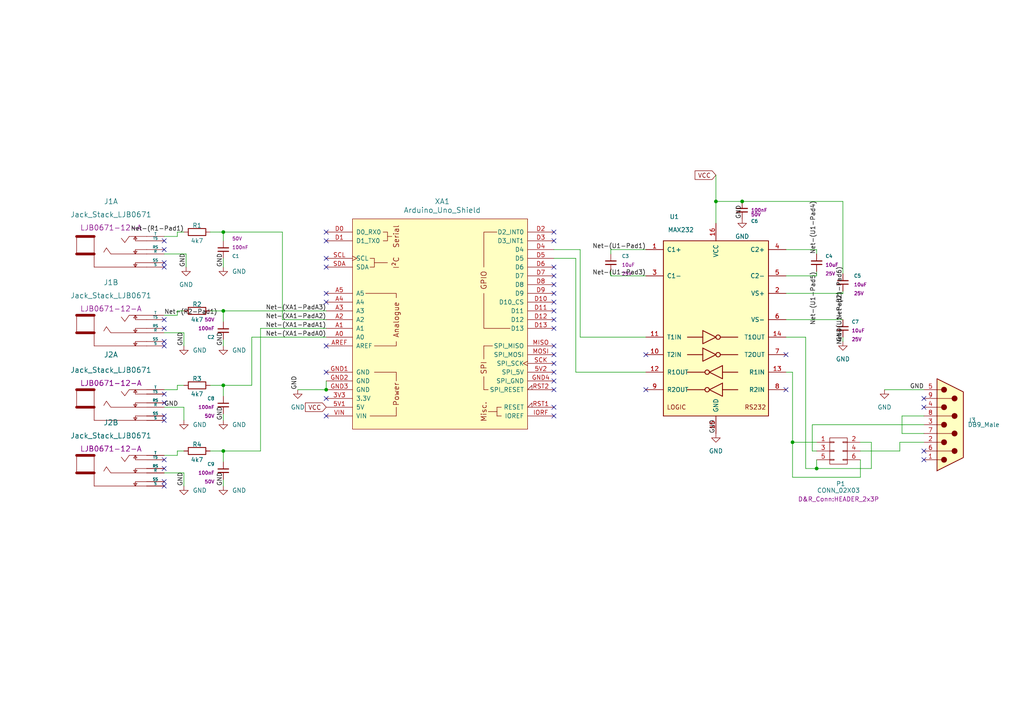
<source format=kicad_sch>
(kicad_sch (version 20211123) (generator eeschema)
  (paper "A4")
  (lib_symbols
    (symbol "D&R_Conn:Jack_Stack_LJB0671" (pin_numbers hide) (pin_names (offset 0))
      (property "Reference" "J" (at -11.684 0 0))
      (property "Value" "Jack_Stack_LJB0671" (at 0 -7.62 0))
      (property "manf#" "LJB0671-12-A" (at 0 3.81 0))
      (symbol "Jack_Stack_LJB0671_0_1"
        (polyline (pts (xy -13.97 -2.54) (xy -8.89 -2.54)) (stroke (width 0.7874)))
        (polyline (pts (xy -13.97 2.54) (xy -13.97 -2.54)))
        (polyline (pts (xy -13.97 2.54) (xy -8.89 2.54)) (stroke (width 0.7874)))
        (polyline (pts (xy -8.89 -6.35) (xy 6.35 -6.35)))
        (polyline (pts (xy -8.89 -2.54) (xy -8.89 -6.35)))
        (polyline (pts (xy -8.89 -2.54) (xy -8.89 -2.54)))
        (polyline (pts (xy -8.89 -2.54) (xy -8.89 2.54)))
        (polyline (pts (xy 6.35 2.54) (xy 1.27 2.54)))
        (polyline (pts (xy 1.27 2.54) (xy 0 0.762) (xy -1.016 2.032)))
        (polyline (pts (xy 6.35 -2.54) (xy -4.064 -2.54) (xy -5.334 -0.762) (xy -6.096 -2.032)))
        (polyline (pts (xy 6.35 -5.08) (xy 3.048 -5.08) (xy 3.048 -6.35) (xy 3.556 -5.588) (xy 2.54 -5.588) (xy 3.048 -6.35)))
        (polyline (pts (xy 6.35 -1.27) (xy 3.048 -1.27) (xy 3.048 -2.54) (xy 3.556 -1.778) (xy 2.54 -1.778) (xy 3.048 -2.54)))
        (polyline (pts (xy 6.35 1.27) (xy 3.048 1.27) (xy 3.048 2.54) (xy 2.54 1.778) (xy 3.556 1.778) (xy 3.048 2.54)))
      )
      (symbol "Jack_Stack_LJB0671_1_1"
        (pin input line (at 11.43 -6.35 180) (length 5.08) (name "S") (number "11"))
        (pin input line (at 11.43 -5.08 180) (length 5.08) (name "SS") (number "12"))
        (pin input line (at 11.43 2.54 180) (length 5.08) (name "T") (number "3"))
        (pin input line (at 11.43 1.27 180) (length 5.08) (name "TS") (number "4"))
        (pin input line (at 11.43 -2.54 180) (length 5.08) (name "R") (number "7"))
        (pin input line (at 11.43 -1.27 180) (length 5.08) (name "RS") (number "8"))
      )
      (symbol "Jack_Stack_LJB0671_2_1"
        (pin input line (at 11.43 2.54 180) (length 5.08) (name "T") (number "1"))
        (pin input line (at 11.43 -5.08 180) (length 5.08) (name "SS") (number "10"))
        (pin input line (at 11.43 1.27 180) (length 5.08) (name "TS") (number "2"))
        (pin input line (at 11.43 -2.54 180) (length 5.08) (name "R") (number "5"))
        (pin input line (at 11.43 -1.27 180) (length 5.08) (name "RS") (number "6"))
        (pin input line (at 11.43 -6.35 180) (length 5.08) (name "S") (number "9"))
      )
    )
    (symbol "D&R_Passive:10U-X5R_25V#1210" (pin_numbers hide) (pin_names (offset 1.016) hide)
      (property "Reference" "C" (at 3.048 1.778 0))
      (property "Component Value" "10uF" (at 1.27 -1.778 0))
      (property "Voltage" "25V" (at 1.27 -3.302 0))
      (symbol "10U-X5R_25V#1210_0_1"
        (polyline (pts (xy -1.524 -0.508) (xy 1.524 -0.508)) (stroke (width 0.3048)))
        (polyline (pts (xy 1.524 0.508) (xy -1.524 0.508)) (stroke (width 0.3048)))
      )
      (symbol "10U-X5R_25V#1210_1_1"
        (pin bidirectional line (at 0 2.54 270) (length 1.905) (name "1") (number "1"))
        (pin bidirectional line (at 0 -2.54 90) (length 1.905) (name "2") (number "2"))
      )
    )
    (symbol "D&R_other:GND" (power) (pin_names (offset 0))
      (property "Value" "GND" (at 0 -3.81 0))
      (symbol "GND_0_1"
        (polyline (pts (xy 0 0) (xy 0 -1.27) (xy 1.27 -1.27) (xy 0 -2.54) (xy -1.27 -1.27) (xy 0 -1.27)))
      )
      (symbol "GND_1_1"
        (pin bidirectional line (at 0 0 270) (length 0) hide (name "GND") (number "1"))
      )
    )
    (symbol "Interface_UART:MAX232" (pin_names (offset 1.016))
      (property "Reference" "U" (at -2.54 28.575 0))
      (property "Value" "MAX232" (at -2.54 26.67 0))
      (symbol "MAX232_0_0"
        (text "LOGIC" (at -11.43 -22.86 0) (effects (font (size 1.27 1.27))))
        (text "RS232" (at 11.43 -22.86 0) (effects (font (size 1.27 1.27))))
      )
      (symbol "MAX232_0_1"
        (rectangle (start -15.24 -25.4) (end 15.24 25.4) (stroke (width 0.254)) (fill (type background)))
        (circle (center -2.54 -17.78) (radius 0.635) (stroke (width 0.254)))
        (circle (center -2.54 -12.7) (radius 0.635) (stroke (width 0.254)))
        (polyline (pts (xy -3.81 -7.62) (xy -8.255 -7.62)) (stroke (width 0.254)))
        (polyline (pts (xy -3.81 -2.54) (xy -8.255 -2.54)) (stroke (width 0.254)))
        (polyline (pts (xy -3.175 -17.78) (xy -8.255 -17.78)) (stroke (width 0.254)))
        (polyline (pts (xy -3.175 -12.7) (xy -8.255 -12.7)) (stroke (width 0.254)))
        (polyline (pts (xy 1.27 -7.62) (xy 6.35 -7.62)) (stroke (width 0.254)))
        (polyline (pts (xy 1.27 -2.54) (xy 6.35 -2.54)) (stroke (width 0.254)))
        (polyline (pts (xy 1.905 -17.78) (xy 6.35 -17.78)) (stroke (width 0.254)))
        (polyline (pts (xy 1.905 -12.7) (xy 6.35 -12.7)) (stroke (width 0.254)))
        (polyline (pts (xy -3.81 -5.715) (xy -3.81 -9.525) (xy 0 -7.62) (xy -3.81 -5.715)) (stroke (width 0.254)))
        (polyline (pts (xy -3.81 -0.635) (xy -3.81 -4.445) (xy 0 -2.54) (xy -3.81 -0.635)) (stroke (width 0.254)))
        (polyline (pts (xy 1.905 -15.875) (xy 1.905 -19.685) (xy -1.905 -17.78) (xy 1.905 -15.875)) (stroke (width 0.254)))
        (polyline (pts (xy 1.905 -10.795) (xy 1.905 -14.605) (xy -1.905 -12.7) (xy 1.905 -10.795)) (stroke (width 0.254)))
        (circle (center 0.635 -7.62) (radius 0.635) (stroke (width 0.254)))
        (circle (center 0.635 -2.54) (radius 0.635) (stroke (width 0.254)))
      )
      (symbol "MAX232_1_1"
        (pin passive line (at -20.32 22.86 0) (length 5.08) (name "C1+") (number "1"))
        (pin input line (at -20.32 -7.62 0) (length 5.08) (name "T2IN") (number "10"))
        (pin input line (at -20.32 -2.54 0) (length 5.08) (name "T1IN") (number "11"))
        (pin output line (at -20.32 -12.7 0) (length 5.08) (name "R1OUT") (number "12"))
        (pin input line (at 20.32 -12.7 180) (length 5.08) (name "R1IN") (number "13"))
        (pin output line (at 20.32 -2.54 180) (length 5.08) (name "T1OUT") (number "14"))
        (pin bidirectional line (at 0 -30.48 90) (length 5.08) (name "GND") (number "15"))
        (pin bidirectional line (at 0 30.48 270) (length 5.08) (name "VCC") (number "16"))
        (pin bidirectional line (at 20.32 10.16 180) (length 5.08) (name "VS+") (number "2"))
        (pin passive line (at -20.32 15.24 0) (length 5.08) (name "C1-") (number "3"))
        (pin passive line (at 20.32 22.86 180) (length 5.08) (name "C2+") (number "4"))
        (pin bidirectional line (at 20.32 15.24 180) (length 5.08) (name "C2-") (number "5"))
        (pin bidirectional line (at 20.32 2.54 180) (length 5.08) (name "VS-") (number "6"))
        (pin output line (at 20.32 -7.62 180) (length 5.08) (name "T2OUT") (number "7"))
        (pin input line (at 20.32 -17.78 180) (length 5.08) (name "R2IN") (number "8"))
        (pin output line (at -20.32 -17.78 0) (length 5.08) (name "R2OUT") (number "9"))
      )
    )
    (symbol "StartStopTascam-rescue:100N-X7R_50V#0603-D&R_Passive" (pin_numbers hide) (pin_names (offset 1.016) hide)
      (property "Reference" "C2" (at 2.54 -3.175 0))
      (property "Component Value" "100nF" (at 2.54 0 0))
      (property "Voltage" "50V" (at 2.54 -1.27 0))
      (symbol "100N-X7R_50V#0603-D&R_Passive_0_1"
        (polyline (pts (xy -1.524 -0.508) (xy 1.524 -0.508)) (stroke (width 0.3048)))
        (polyline (pts (xy 1.524 0.508) (xy -1.524 0.508)) (stroke (width 0.3048)))
      )
      (symbol "100N-X7R_50V#0603-D&R_Passive_1_1"
        (pin bidirectional line (at 0 2.54 270) (length 1.905) (name "1") (number "1"))
        (pin bidirectional line (at 0 -2.54 90) (length 1.905) (name "2") (number "2"))
      )
    )
    (symbol "StartStopTascam-rescue:Arduino_Uno_Shield-arduino" (pin_names (offset 1.016))
      (property "Reference" "XA" (at 2.54 0 90))
      (property "Value" "Arduino_Uno_Shield-arduino" (at -2.54 0 90))
      (symbol "Arduino_Uno_Shield-arduino_0_0"
        (rectangle (start -25.4 30.48) (end 25.4 -30.48) (fill (type background)))
        (rectangle (start -20.32 -26.67) (end -12.7 -26.67))
        (rectangle (start -19.05 -13.97) (end -12.7 -13.97))
        (polyline (pts (xy -19.05 17.78) (xy -15.24 17.78)))
        (polyline (pts (xy -15.24 25.4) (xy -13.97 25.4)))
        (polyline (pts (xy -12.7 -26.67) (xy -12.7 -24.13)))
        (polyline (pts (xy -12.7 -15.24) (xy -12.7 -16.51)))
        (polyline (pts (xy -12.7 -13.97) (xy -12.7 -15.24)))
        (polyline (pts (xy -12.7 -5.08) (xy -12.7 -6.35) (xy -19.05 -6.35)))
        (polyline (pts (xy -12.7 7.62) (xy -12.7 8.89) (xy -21.59 8.89)))
        (polyline (pts (xy 12.7 8.89) (xy 12.7 -1.27) (xy 20.32 -1.27)))
        (polyline (pts (xy 12.7 16.51) (xy 12.7 26.67) (xy 16.51 26.67)))
        (polyline (pts (xy -20.32 19.05) (xy -19.05 19.05) (xy -19.05 16.51) (xy -20.32 16.51)))
        (polyline (pts (xy -16.51 26.67) (xy -15.24 26.67) (xy -15.24 24.13) (xy -16.51 24.13)))
        (rectangle (start 12.7 -19.05) (end 12.7 -15.24))
        (rectangle (start 12.7 -10.16) (end 12.7 -6.35))
        (rectangle (start 13.97 -19.05) (end 12.7 -19.05))
        (rectangle (start 15.24 -6.35) (end 12.7 -6.35))
        (rectangle (start 16.51 -25.4) (end 13.97 -25.4))
        (rectangle (start 16.51 -24.13) (end 16.51 -26.67))
        (rectangle (start 17.78 -26.67) (end 16.51 -26.67))
        (rectangle (start 17.78 -24.13) (end 16.51 -24.13))
        (text "Analogue" (at -12.7 1.27 900) (effects (font (size 1.524 1.524))))
        (text "I²C" (at -12.7 17.78 900) (effects (font (size 1.524 1.524))))
        (text "Misc." (at 12.7 -25.4 900) (effects (font (size 1.524 1.524))))
        (text "Power" (at -12.7 -20.32 900) (effects (font (size 1.524 1.524))))
        (text "Serial" (at -12.7 25.4 900) (effects (font (size 1.524 1.524))))
        (text "SPI" (at 12.7 -12.7 900) (effects (font (size 1.524 1.524))))
      )
      (symbol "Arduino_Uno_Shield-arduino_1_0"
        (text "GPIO" (at 12.7 12.7 900) (effects (font (size 1.524 1.524))))
      )
      (symbol "Arduino_Uno_Shield-arduino_1_1"
        (pin bidirectional line (at -33.02 -21.59 0) (length 7.62) (name "3.3V") (number "3V3"))
        (pin bidirectional line (at -33.02 -24.13 0) (length 7.62) (name "5V") (number "5V1"))
        (pin bidirectional line (at 33.02 -13.97 180) (length 7.62) (name "SPI_5V") (number "5V2"))
        (pin bidirectional line (at -33.02 -3.81 0) (length 7.62) (name "A0") (number "A0"))
        (pin bidirectional line (at -33.02 -1.27 0) (length 7.62) (name "A1") (number "A1"))
        (pin bidirectional line (at -33.02 1.27 0) (length 7.62) (name "A2") (number "A2"))
        (pin bidirectional line (at -33.02 3.81 0) (length 7.62) (name "A3") (number "A3"))
        (pin bidirectional line (at -33.02 6.35 0) (length 7.62) (name "A4") (number "A4"))
        (pin bidirectional line (at -33.02 8.89 0) (length 7.62) (name "A5") (number "A5"))
        (pin input line (at -33.02 -6.35 0) (length 7.62) (name "AREF") (number "AREF"))
        (pin bidirectional line (at -33.02 26.67 0) (length 7.62) (name "D0_RX0") (number "D0"))
        (pin bidirectional line (at -33.02 24.13 0) (length 7.62) (name "D1_TX0") (number "D1"))
        (pin bidirectional line (at 33.02 6.35 180) (length 7.62) (name "D10_CS") (number "D10"))
        (pin bidirectional line (at 33.02 3.81 180) (length 7.62) (name "D11") (number "D11"))
        (pin bidirectional line (at 33.02 1.27 180) (length 7.62) (name "D12") (number "D12"))
        (pin bidirectional line (at 33.02 -1.27 180) (length 7.62) (name "D13") (number "D13"))
        (pin bidirectional line (at 33.02 26.67 180) (length 7.62) (name "D2_INT0") (number "D2"))
        (pin bidirectional line (at 33.02 24.13 180) (length 7.62) (name "D3_INT1") (number "D3"))
        (pin bidirectional line (at 33.02 21.59 180) (length 7.62) (name "D4") (number "D4"))
        (pin bidirectional line (at 33.02 19.05 180) (length 7.62) (name "D5") (number "D5"))
        (pin bidirectional line (at 33.02 16.51 180) (length 7.62) (name "D6") (number "D6"))
        (pin bidirectional line (at 33.02 13.97 180) (length 7.62) (name "D7") (number "D7"))
        (pin bidirectional line (at 33.02 11.43 180) (length 7.62) (name "D8") (number "D8"))
        (pin bidirectional line (at 33.02 8.89 180) (length 7.62) (name "D9") (number "D9"))
        (pin bidirectional line (at -33.02 -13.97 0) (length 7.62) (name "GND") (number "GND1"))
        (pin bidirectional line (at -33.02 -16.51 0) (length 7.62) (name "GND") (number "GND2"))
        (pin bidirectional line (at -33.02 -19.05 0) (length 7.62) (name "GND") (number "GND3"))
        (pin bidirectional line (at 33.02 -16.51 180) (length 7.62) (name "SPI_GND") (number "GND4"))
        (pin bidirectional line (at 33.02 -26.67 180) (length 7.62) (name "IOREF") (number "IORF"))
        (pin bidirectional line (at 33.02 -6.35 180) (length 7.62) (name "SPI_MISO") (number "MISO"))
        (pin bidirectional line (at 33.02 -8.89 180) (length 7.62) (name "SPI_MOSI") (number "MOSI"))
        (pin bidirectional input_low (at 33.02 -24.13 180) (length 7.62) (name "RESET") (number "RST1"))
        (pin bidirectional input_low (at 33.02 -19.05 180) (length 7.62) (name "SPI_RESET") (number "RST2"))
        (pin bidirectional clock (at 33.02 -11.43 180) (length 7.62) (name "SPI_SCK") (number "SCK"))
        (pin bidirectional clock (at -33.02 19.05 0) (length 7.62) (name "SCL") (number "SCL"))
        (pin bidirectional line (at -33.02 16.51 0) (length 7.62) (name "SDA") (number "SDA"))
        (pin power_in line (at -33.02 -26.67 0) (length 7.62) (name "VIN") (number "VIN"))
      )
    )
    (symbol "StartStopTascam-rescue:CONN_02X03-D&R_Conn" (pin_names (offset 0.0254) hide)
      (property "Reference" "P" (at 0 5.08 0))
      (property "Value" "CONN_02X03-D&R_Conn" (at 0 -5.08 0))
      (property "Footprint" "D&R_Conn:HEADER_2x3P" (at 0 -30.48 0))
      (symbol "CONN_02X03-D&R_Conn_0_1"
        (rectangle (start -2.54 -2.413) (end -1.27 -2.667))
        (rectangle (start -2.54 0.127) (end -1.27 -0.127))
        (rectangle (start -2.54 2.667) (end -1.27 2.413))
        (rectangle (start -2.54 3.81) (end 2.54 -3.81))
        (rectangle (start 1.27 -2.413) (end 2.54 -2.667))
        (rectangle (start 1.27 0.127) (end 2.54 -0.127))
        (rectangle (start 1.27 2.667) (end 2.54 2.413))
      )
      (symbol "CONN_02X03-D&R_Conn_1_1"
        (pin passive line (at -6.35 2.54 0) (length 3.81) (name "P1") (number "1"))
        (pin passive line (at 6.35 2.54 180) (length 3.81) (name "P2") (number "2"))
        (pin passive line (at -6.35 0 0) (length 3.81) (name "P3") (number "3"))
        (pin passive line (at 6.35 0 180) (length 3.81) (name "P4") (number "4"))
        (pin passive line (at -6.35 -2.54 0) (length 3.81) (name "P5") (number "5"))
        (pin passive line (at 6.35 -2.54 180) (length 3.81) (name "P6") (number "6"))
      )
    )
    (symbol "StartStopTascam-rescue:DB9_Male" (pin_names (offset 1.016) hide)
      (property "Reference" "J?" (at 5.08 1.27 0))
      (property "Value" "DB9_Male" (at 5.08 0 0))
      (symbol "DB9_Male_0_1"
        (circle (center -1.778 -10.16) (radius 0.762) (fill (type outline)))
        (circle (center -1.778 -5.08) (radius 0.762) (fill (type outline)))
        (circle (center -1.778 0) (radius 0.762) (fill (type outline)))
        (circle (center -1.778 5.08) (radius 0.762) (fill (type outline)))
        (circle (center -1.778 10.16) (radius 0.762) (fill (type outline)))
        (polyline (pts (xy -3.81 -10.16) (xy -2.54 -10.16)))
        (polyline (pts (xy -3.81 -7.62) (xy 0.508 -7.62)))
        (polyline (pts (xy -3.81 -5.08) (xy -2.54 -5.08)))
        (polyline (pts (xy -3.81 -2.54) (xy 0.508 -2.54)))
        (polyline (pts (xy -3.81 0) (xy -2.54 0)))
        (polyline (pts (xy -3.81 2.54) (xy 0.508 2.54)))
        (polyline (pts (xy -3.81 5.08) (xy -2.54 5.08)))
        (polyline (pts (xy -3.81 7.62) (xy 0.508 7.62)))
        (polyline (pts (xy -3.81 10.16) (xy -2.54 10.16)))
        (polyline (pts (xy -3.81 -13.335) (xy -3.81 13.335) (xy 3.81 9.525) (xy 3.81 -9.525) (xy -3.81 -13.335)) (stroke (width 0.254)) (fill (type background)))
        (circle (center 1.27 -7.62) (radius 0.762) (fill (type outline)))
        (circle (center 1.27 -2.54) (radius 0.762) (fill (type outline)))
        (circle (center 1.27 2.54) (radius 0.762) (fill (type outline)))
        (circle (center 1.27 7.62) (radius 0.762) (fill (type outline)))
      )
      (symbol "DB9_Male_1_1"
        (pin passive line (at -7.62 -10.16 0) (length 3.81) (name "1") (number "1"))
        (pin passive line (at -7.62 -5.08 0) (length 3.81) (name "2") (number "2"))
        (pin passive line (at -7.62 0 0) (length 3.81) (name "3") (number "3"))
        (pin passive line (at -7.62 5.08 0) (length 3.81) (name "4") (number "4"))
        (pin passive line (at -7.62 10.16 0) (length 3.81) (name "5") (number "5"))
        (pin passive line (at -7.62 -7.62 0) (length 3.81) (name "6") (number "6"))
        (pin passive line (at -7.62 -2.54 0) (length 3.81) (name "7") (number "7"))
        (pin passive line (at -7.62 2.54 0) (length 3.81) (name "8") (number "8"))
        (pin passive line (at -7.62 7.62 0) (length 3.81) (name "9") (number "9"))
      )
    )
    (symbol "StartStopTascam-rescue:R-D&R_Passive" (pin_numbers hide) (pin_names (offset 0))
      (property "Reference" "R" (at 2.032 0 90))
      (property "Value" "R-D&R_Passive" (at 0 0 90))
      (symbol "R-D&R_Passive_0_1"
        (rectangle (start -1.016 -2.54) (end 1.016 2.54) (stroke (width 0.254)))
      )
      (symbol "R-D&R_Passive_1_1"
        (pin passive line (at 0 3.81 270) (length 1.27) (name "~") (number "1"))
        (pin passive line (at 0 -3.81 90) (length 1.27) (name "~") (number "2"))
      )
    )
  )
  (junction (at 236.855 135.89))
  (junction (at 64.77 90.17))
  (junction (at 64.77 67.31))
  (junction (at 94.615 113.03))
  (junction (at 64.77 111.76))
  (junction (at 215.265 58.42))
  (junction (at 207.645 58.42))
  (junction (at 229.87 128.27))
  (junction (at 64.77 130.81))
  (no_connect (at 160.655 105.41))
  (no_connect (at 94.615 85.09))
  (no_connect (at 160.655 82.55))
  (no_connect (at 160.655 85.09))
  (no_connect (at 160.655 80.01))
  (no_connect (at 160.655 92.71))
  (no_connect (at 267.97 133.35))
  (no_connect (at 94.615 77.47))
  (no_connect (at 160.655 113.03))
  (no_connect (at 47.625 120.65))
  (no_connect (at 47.625 140.97))
  (no_connect (at 47.625 121.92))
  (no_connect (at 47.625 133.35))
  (no_connect (at 47.625 135.89))
  (no_connect (at 47.625 139.7))
  (no_connect (at 47.625 116.84))
  (no_connect (at 47.625 114.3))
  (no_connect (at 47.625 95.25))
  (no_connect (at 187.325 113.03))
  (no_connect (at 267.97 130.81))
  (no_connect (at 94.615 100.33))
  (no_connect (at 47.625 92.71))
  (no_connect (at 160.655 118.11))
  (no_connect (at 160.655 95.25))
  (no_connect (at 47.625 72.39))
  (no_connect (at 160.655 77.47))
  (no_connect (at 94.615 69.85))
  (no_connect (at 47.625 100.33))
  (no_connect (at 47.625 77.47))
  (no_connect (at 47.625 69.85))
  (no_connect (at 267.97 118.11))
  (no_connect (at 160.655 69.85))
  (no_connect (at 267.97 115.57))
  (no_connect (at 160.655 120.65))
  (no_connect (at 94.615 74.93))
  (no_connect (at 94.615 115.57))
  (no_connect (at 94.615 107.95))
  (no_connect (at 160.655 107.95))
  (no_connect (at 160.655 110.49))
  (no_connect (at 94.615 67.31))
  (no_connect (at 47.625 76.2))
  (no_connect (at 47.625 99.06))
  (no_connect (at 227.965 113.03))
  (no_connect (at 187.325 102.87))
  (no_connect (at 94.615 87.63))
  (no_connect (at 94.615 120.65))
  (no_connect (at 227.965 102.87))
  (no_connect (at 160.655 67.31))
  (no_connect (at 160.655 100.33))
  (no_connect (at 160.655 102.87))
  (no_connect (at 160.655 87.63))
  (no_connect (at 160.655 90.17))
  (wire (pts (xy 261.62 125.73) (xy 261.62 120.65)))
  (wire (pts (xy 60.96 111.76) (xy 64.77 111.76)))
  (wire (pts (xy 167.005 74.93) (xy 167.005 107.95)))
  (wire (pts (xy 229.87 138.43) (xy 249.555 138.43)))
  (wire (pts (xy 60.96 67.31) (xy 64.77 67.31)))
  (wire (pts (xy 236.855 135.89) (xy 252.73 135.89)))
  (wire (pts (xy 47.625 73.66) (xy 53.975 73.66)))
  (wire (pts (xy 64.77 139.065) (xy 64.77 140.97)))
  (wire (pts (xy 51.435 132.08) (xy 51.435 130.81)))
  (wire (pts (xy 261.62 125.73) (xy 267.97 125.73)))
  (wire (pts (xy 73.025 111.76) (xy 73.025 97.79)))
  (wire (pts (xy 236.855 80.01) (xy 236.855 78.74)))
  (wire (pts (xy 64.77 77.47) (xy 64.77 74.93)))
  (wire (pts (xy 236.855 130.81) (xy 235.585 130.81)))
  (wire (pts (xy 60.96 130.81) (xy 64.77 130.81)))
  (wire (pts (xy 177.165 78.74) (xy 177.165 80.01)))
  (wire (pts (xy 64.77 67.31) (xy 81.915 67.31)))
  (wire (pts (xy 51.435 67.31) (xy 53.34 67.31)))
  (wire (pts (xy 244.475 85.09) (xy 227.965 85.09)))
  (wire (pts (xy 75.565 95.25) (xy 75.565 130.81)))
  (wire (pts (xy 53.34 96.52) (xy 53.34 100.33)))
  (wire (pts (xy 236.855 128.27) (xy 229.87 128.27)))
  (wire (pts (xy 167.005 107.95) (xy 187.325 107.95)))
  (wire (pts (xy 47.625 96.52) (xy 53.34 96.52)))
  (wire (pts (xy 47.625 68.58) (xy 51.435 68.58)))
  (wire (pts (xy 236.855 73.66) (xy 236.855 72.39)))
  (wire (pts (xy 47.625 118.11) (xy 53.34 118.11)))
  (wire (pts (xy 81.915 67.31) (xy 81.915 92.71)))
  (wire (pts (xy 47.625 113.03) (xy 51.435 113.03)))
  (wire (pts (xy 260.985 128.27) (xy 267.97 128.27)))
  (wire (pts (xy 60.96 90.17) (xy 64.77 90.17)))
  (wire (pts (xy 177.165 73.66) (xy 177.165 72.39)))
  (wire (pts (xy 73.025 97.79) (xy 94.615 97.79)))
  (wire (pts (xy 177.165 72.39) (xy 187.325 72.39)))
  (wire (pts (xy 64.77 130.81) (xy 75.565 130.81)))
  (wire (pts (xy 235.585 130.81) (xy 235.585 123.19)))
  (wire (pts (xy 260.985 130.81) (xy 260.985 128.27)))
  (wire (pts (xy 168.275 97.79) (xy 187.325 97.79)))
  (wire (pts (xy 261.62 120.65) (xy 267.97 120.65)))
  (wire (pts (xy 51.435 90.17) (xy 53.34 90.17)))
  (wire (pts (xy 160.655 72.39) (xy 168.275 72.39)))
  (wire (pts (xy 47.625 137.16) (xy 53.34 137.16)))
  (wire (pts (xy 236.855 72.39) (xy 227.965 72.39)))
  (wire (pts (xy 64.77 67.31) (xy 64.77 69.85)))
  (wire (pts (xy 207.645 50.8) (xy 207.645 58.42)))
  (wire (pts (xy 75.565 95.25) (xy 94.615 95.25)))
  (wire (pts (xy 53.34 118.11) (xy 53.34 121.92)))
  (wire (pts (xy 249.555 138.43) (xy 249.555 133.35)))
  (wire (pts (xy 177.165 80.01) (xy 187.325 80.01)))
  (wire (pts (xy 215.265 58.42) (xy 207.645 58.42)))
  (wire (pts (xy 267.97 113.03) (xy 256.54 113.03)))
  (wire (pts (xy 64.77 111.76) (xy 73.025 111.76)))
  (wire (pts (xy 244.475 58.42) (xy 215.265 58.42)))
  (wire (pts (xy 229.87 128.27) (xy 229.87 138.43)))
  (wire (pts (xy 51.435 130.81) (xy 53.34 130.81)))
  (wire (pts (xy 51.435 68.58) (xy 51.435 67.31)))
  (wire (pts (xy 64.77 133.985) (xy 64.77 130.81)))
  (wire (pts (xy 249.555 130.81) (xy 260.985 130.81)))
  (wire (pts (xy 252.73 135.89) (xy 252.73 128.27)))
  (wire (pts (xy 51.435 91.44) (xy 51.435 90.17)))
  (wire (pts (xy 252.73 128.27) (xy 249.555 128.27)))
  (wire (pts (xy 233.68 135.89) (xy 236.855 135.89)))
  (wire (pts (xy 47.625 132.08) (xy 51.435 132.08)))
  (wire (pts (xy 51.435 111.76) (xy 53.34 111.76)))
  (wire (pts (xy 53.34 137.16) (xy 53.34 140.97)))
  (wire (pts (xy 244.475 84.455) (xy 244.475 85.09)))
  (wire (pts (xy 47.625 91.44) (xy 51.435 91.44)))
  (wire (pts (xy 235.585 123.19) (xy 267.97 123.19)))
  (wire (pts (xy 64.77 114.935) (xy 64.77 111.76)))
  (wire (pts (xy 244.475 79.375) (xy 244.475 58.42)))
  (wire (pts (xy 81.915 92.71) (xy 94.615 92.71)))
  (wire (pts (xy 227.965 80.01) (xy 236.855 80.01)))
  (wire (pts (xy 227.965 107.95) (xy 229.87 107.95)))
  (wire (pts (xy 244.475 99.06) (xy 244.475 97.79)))
  (wire (pts (xy 244.475 92.71) (xy 227.965 92.71)))
  (wire (pts (xy 207.645 64.77) (xy 207.645 58.42)))
  (wire (pts (xy 64.77 120.015) (xy 64.77 121.92)))
  (wire (pts (xy 227.965 97.79) (xy 233.68 97.79)))
  (wire (pts (xy 236.855 133.35) (xy 236.855 135.89)))
  (wire (pts (xy 94.615 110.49) (xy 94.615 113.03)))
  (wire (pts (xy 51.435 113.03) (xy 51.435 111.76)))
  (wire (pts (xy 53.975 73.66) (xy 53.975 77.47)))
  (wire (pts (xy 64.77 90.17) (xy 94.615 90.17)))
  (wire (pts (xy 94.615 113.03) (xy 86.36 113.03)))
  (wire (pts (xy 64.77 93.345) (xy 64.77 90.17)))
  (wire (pts (xy 168.275 72.39) (xy 168.275 97.79)))
  (wire (pts (xy 233.68 97.79) (xy 233.68 135.89)))
  (wire (pts (xy 229.87 107.95) (xy 229.87 128.27)))
  (wire (pts (xy 167.005 74.93) (xy 160.655 74.93)))
  (wire (pts (xy 64.77 98.425) (xy 64.77 100.33)))
  (label "Net-(U1-Pad3)" (at 187.325 80.01 180))
  (label "GND" (at 207.645 125.73 90))
  (label "Net-(U1-Pad5)" (at 236.855 78.74 270))
  (label "GND" (at 64.77 100.33 90))
  (label "Net-(R2-Pad1)" (at 47.625 91.44 0))
  (label "Net-(XA1-PadA3)" (at 94.615 90.17 180))
  (label "GND" (at 215.265 63.5 90))
  (label "GND" (at 53.34 100.33 90))
  (label "Net-(U1-Pad6)" (at 244.475 92.71 90))
  (label "Net-(XA1-PadA1)" (at 94.615 95.25 180))
  (label "GND" (at 267.97 113.03 180))
  (label "GND" (at 53.975 77.47 90))
  (label "GND" (at 53.34 140.97 90))
  (label "Net-(R1-Pad1)" (at 53.34 67.31 180))
  (label "GND" (at 86.36 113.03 90))
  (label "GND" (at 244.475 99.06 90))
  (label "Net-(XA1-PadA0)" (at 94.615 97.79 180))
  (label "Net-(U1-Pad4)" (at 236.855 73.66 90))
  (label "GND" (at 64.77 140.97 90))
  (label "GND" (at 47.625 118.11 0))
  (label "Net-(U1-Pad1)" (at 187.325 72.39 180))
  (label "GND" (at 64.77 121.92 90))
  (label "GND" (at 64.77 77.47 90))
  (label "Net-(U1-Pad2)" (at 244.475 84.455 270))
  (label "Net-(XA1-PadA2)" (at 94.615 92.71 180))
  (global_label "VCC" (shape input) (at 94.615 118.11 180) (property "Intersheet References" "${INTERSHEET_REFS}" (effects hide)))
  (global_label "VCC" (shape input) (at 207.645 50.8 180) (property "Intersheet References" "${INTERSHEET_REFS}" (effects hide)))
  (symbol (lib_id "Interface_UART:MAX232") (at 207.645 95.25 0) (unit 1)
    (property "Reference" "U1" (at 195.58 62.865 0))
    (property "Value" "MAX232" (at 197.485 66.675 0))
    (property "Footprint" "Package_DIP:DIP-16_W7.62mm" (effects hide))
    (property "Datasheet" "http://www.ti.com/lit/ds/symlink/max232.pdf" (effects hide))
  )
  (symbol (lib_id "StartStopTascam-rescue:Arduino_Uno_Shield-arduino") (at 127.635 93.98 0) (unit 1)
    (property "Reference" "XA1" (at 128.27 58.42 0) (effects (font (size 1.524 1.524))))
    (property "Value" "Arduino_Uno_Shield" (at 128.27 60.96 0) (effects (font (size 1.524 1.524))))
    (property "Footprint" "Arduino:Arduino_Uno_Shield_Hat" (effects hide))
    (property "Datasheet" "https://store.arduino.cc/arduino-uno-rev3" (effects hide))
  )
  (symbol (lib_id "StartStopTascam-rescue:DB9_Male") (at 275.59 123.19 0) (unit 1)
    (property "Reference" "J3" (at 280.67 121.92 0) (effects (justify left)))
    (property "Value" "DB9_Male" (at 280.67 123.19 0) (effects (justify left)))
    (property "Footprint" "Connector_Dsub:DSUB-9_Male_Horizontal_P2.77x2.84mm_EdgePinOffset4.94mm_Housed_MountingHolesOffset7.48mm" (effects hide))
    (property "Datasheet" " ~" (effects hide))
  )
  (symbol (lib_id "StartStopTascam-rescue:CONN_02X03-D&R_Conn") (at 243.205 130.81 0) (unit 1)
    (property "Reference" "P1" (at 243.84 140.335 0))
    (property "Value" "CONN_02X03" (at 243.205 142.24 0))
    (property "Footprint" "D&R_Conn:HEADER_2x3P" (at 243.205 144.78 0))
  )
  (symbol (lib_id "StartStopTascam-rescue:100N-X7R_50V#0603-D&R_Passive") (at 215.265 60.96 0) (unit 1)
    (property "Reference" "C6" (at 217.805 64.135 0) (effects (font (size 0.9906 0.9906)) (justify left)))
    (property "Value" "100N-X7R_50V#0603" (effects hide))
    (property "Footprint" "D&R_Passive:C_0603" (effects hide))
    (property "D&R" "10402242" (effects hide))
    (property "Feeder Width" "8mm" (effects hide))
    (property "Component Value" "100nF" (at 217.805 60.96 0) (effects (font (size 0.9906 0.9906)) (justify left)))
    (property "Voltage" "50V" (at 217.805 62.23 0) (effects (font (size 0.9906 0.9906)) (justify left)))
    (property "Assembly Option" "SMT" (effects hide))
  )
  (symbol (lib_id "StartStopTascam-rescue:R-D&R_Passive") (at 57.15 67.31 90) (unit 1)
    (property "Reference" "R1" (at 57.15 65.405 90))
    (property "Value" "4k7" (at 57.15 69.85 90))
    (property "Footprint" "D&R_Passive:C_0603" (effects hide))
  )
  (symbol (lib_id "StartStopTascam-rescue:R-D&R_Passive") (at 57.15 90.17 90) (unit 1)
    (property "Reference" "R2" (at 57.15 88.265 90))
    (property "Value" "4k7" (at 57.15 92.71 90))
    (property "Footprint" "D&R_Passive:C_0603" (effects hide))
  )
  (symbol (lib_id "D&R_Passive:10U-X5R_25V#1210") (at 177.165 76.2 0) (unit 1)
    (property "Reference" "C3" (at 180.34 74.2949 0) (effects (font (size 0.9906 0.9906)) (justify left)))
    (property "Value" "10U-X5R_25V#1210" (effects hide))
    (property "Footprint" "D&R_Passive:C_1210" (effects hide))
    (property "D&R" "10402235" (effects hide))
    (property "Feeder Width" "8mm" (effects hide))
    (property "Component Value" "10uF" (at 180.34 76.8349 0) (effects (font (size 0.9906 0.9906)) (justify left)))
    (property "Voltage" "25V" (at 180.34 79.3749 0) (effects (font (size 0.9906 0.9906)) (justify left)))
    (property "Assembly Option" "SMT" (effects hide))
    (property "manf" "WE" (effects hide))
    (property "manf#" "885012209028" (effects hide))
    (property "LCSC" "C39232" (effects hide))
  )
  (symbol (lib_id "D&R_other:GND") (at 64.77 140.97 0) (mirror y) (unit 1)
    (property "Reference" "#PWR05" (effects hide))
    (property "Value" "GND" (at 67.31 142.2401 0) (effects (justify right)))
  )
  (symbol (lib_id "D&R_other:GND") (at 53.34 100.33 0) (mirror y) (unit 1)
    (property "Reference" "#PWR0108" (effects hide))
    (property "Value" "GND" (at 55.88 101.6001 0) (effects (justify right)))
  )
  (symbol (lib_id "StartStopTascam-rescue:100N-X7R_50V#0603-D&R_Passive") (at 64.77 95.885 0) (mirror x) (unit 1)
    (property "Reference" "C2" (at 62.23 97.7901 0) (effects (font (size 0.9906 0.9906)) (justify right)))
    (property "Value" "100N-X7R_50V#0603-D&R_Passive" (effects hide))
    (property "Footprint" "D&R_Passive:C_0603" (effects hide))
    (property "D&R" "10402242" (effects hide))
    (property "Feeder Width" "8mm" (effects hide))
    (property "Component Value" "100nF" (at 62.23 95.2501 0) (effects (font (size 0.9906 0.9906)) (justify right)))
    (property "Voltage" "50V" (at 62.23 92.7101 0) (effects (font (size 0.9906 0.9906)) (justify right)))
    (property "Assembly Option" "SMT" (effects hide))
  )
  (symbol (lib_id "D&R_Conn:Jack_Stack_LJB0671") (at 36.195 115.57 0) (unit 1)
    (property "Reference" "J2" (at 32.1881 102.87 0) (effects (font (size 1.524 1.524))))
    (property "Value" "Jack_Stack_LJB0671" (at 32.1881 107.315 0) (effects (font (size 1.524 1.524))))
    (property "Footprint" "D&R_Conn:LJB0671-12" (effects hide))
    (property "D&R" "10600802" (effects hide))
    (property "manf" "Lihsheng" (effects hide))
    (property "manf#" "LJB0671-12-A" (at 32.1881 111.125 0) (effects (font (size 1.524 1.524))))
    (property "Assembly Option" "THT" (effects hide))
  )
  (symbol (lib_id "D&R_other:GND") (at 215.265 63.5 0) (unit 1)
    (property "Reference" "#PWR0103" (effects hide))
    (property "Value" "GND" (at 215.265 68.58 0))
  )
  (symbol (lib_id "D&R_Conn:Jack_Stack_LJB0671") (at 36.195 134.62 0) (unit 2)
    (property "Reference" "J2" (at 32.1881 122.555 0) (effects (font (size 1.524 1.524))))
    (property "Value" "Jack_Stack_LJB0671" (at 32.1881 126.365 0) (effects (font (size 1.524 1.524))))
    (property "Footprint" "D&R_Conn:LJB0671-12" (effects hide))
    (property "D&R" "10600802" (effects hide))
    (property "manf" "Lihsheng" (effects hide))
    (property "manf#" "LJB0671-12-A" (at 32.1881 130.175 0) (effects (font (size 1.524 1.524))))
    (property "Assembly Option" "THT" (effects hide))
  )
  (symbol (lib_id "D&R_other:GND") (at 256.54 113.03 0) (unit 1)
    (property "Reference" "#PWR0102" (effects hide))
    (property "Value" "GND" (at 256.54 118.11 0))
  )
  (symbol (lib_id "D&R_other:GND") (at 244.475 99.06 0) (unit 1)
    (property "Reference" "#PWR0104" (effects hide))
    (property "Value" "GND" (at 244.475 104.14 0))
  )
  (symbol (lib_id "StartStopTascam-rescue:R-D&R_Passive") (at 57.15 111.76 90) (unit 1)
    (property "Reference" "R3" (at 57.15 109.855 90))
    (property "Value" "4k7" (at 57.15 114.3 90))
    (property "Footprint" "D&R_Passive:C_0603" (effects hide))
  )
  (symbol (lib_id "D&R_Passive:10U-X5R_25V#1210") (at 244.475 81.915 0) (unit 1)
    (property "Reference" "C5" (at 247.65 80.0099 0) (effects (font (size 0.9906 0.9906)) (justify left)))
    (property "Value" "10U-X5R_25V#1210" (effects hide))
    (property "Footprint" "D&R_Passive:C_1210" (effects hide))
    (property "D&R" "10402235" (effects hide))
    (property "Feeder Width" "8mm" (effects hide))
    (property "Component Value" "10uF" (at 247.65 82.5499 0) (effects (font (size 0.9906 0.9906)) (justify left)))
    (property "Voltage" "25V" (at 247.65 85.0899 0) (effects (font (size 0.9906 0.9906)) (justify left)))
    (property "Assembly Option" "SMT" (effects hide))
    (property "manf" "WE" (effects hide))
    (property "manf#" "885012209028" (effects hide))
    (property "LCSC" "C39232" (effects hide))
  )
  (symbol (lib_id "D&R_Conn:Jack_Stack_LJB0671") (at 36.195 71.12 0) (unit 1)
    (property "Reference" "J1" (at 32.1881 58.42 0) (effects (font (size 1.524 1.524))))
    (property "Value" "Jack_Stack_LJB0671" (at 32.1881 62.23 0) (effects (font (size 1.524 1.524))))
    (property "Footprint" "D&R_Conn:LJB0671-12" (effects hide))
    (property "D&R" "10600802" (effects hide))
    (property "manf" "Lihsheng" (effects hide))
    (property "manf#" "LJB0671-12-A" (at 32.1881 66.04 0) (effects (font (size 1.524 1.524))))
    (property "Assembly Option" "THT" (effects hide))
  )
  (symbol (lib_id "D&R_other:GND") (at 53.34 121.92 0) (mirror y) (unit 1)
    (property "Reference" "#PWR01" (effects hide))
    (property "Value" "GND" (at 55.88 123.1901 0) (effects (justify right)))
  )
  (symbol (lib_id "D&R_Passive:10U-X5R_25V#1210") (at 244.475 95.25 0) (unit 1)
    (property "Reference" "C7" (at 247.015 93.3449 0) (effects (font (size 0.9906 0.9906)) (justify left)))
    (property "Value" "10U-X5R_25V#1210" (effects hide))
    (property "Footprint" "D&R_Passive:C_1210" (effects hide))
    (property "D&R" "10402235" (effects hide))
    (property "Feeder Width" "8mm" (effects hide))
    (property "Component Value" "10uF" (at 247.015 95.8849 0) (effects (font (size 0.9906 0.9906)) (justify left)))
    (property "Voltage" "25V" (at 247.015 98.4249 0) (effects (font (size 0.9906 0.9906)) (justify left)))
    (property "Assembly Option" "SMT" (effects hide))
    (property "manf" "WE" (effects hide))
    (property "manf#" "885012209028" (effects hide))
    (property "LCSC" "C39232" (effects hide))
  )
  (symbol (lib_id "D&R_other:GND") (at 64.77 100.33 0) (mirror y) (unit 1)
    (property "Reference" "#PWR0107" (effects hide))
    (property "Value" "GND" (at 67.31 101.6001 0) (effects (justify right)))
  )
  (symbol (lib_id "D&R_Conn:Jack_Stack_LJB0671") (at 36.195 93.98 0) (unit 2)
    (property "Reference" "J1" (at 32.1881 81.915 0) (effects (font (size 1.524 1.524))))
    (property "Value" "Jack_Stack_LJB0671" (at 32.1881 85.725 0) (effects (font (size 1.524 1.524))))
    (property "Footprint" "D&R_Conn:LJB0671-12" (effects hide))
    (property "D&R" "10600802" (effects hide))
    (property "manf" "Lihsheng" (effects hide))
    (property "manf#" "LJB0671-12-A" (at 32.1881 89.535 0) (effects (font (size 1.524 1.524))))
    (property "Assembly Option" "THT" (effects hide))
  )
  (symbol (lib_id "StartStopTascam-rescue:R-D&R_Passive") (at 57.15 130.81 90) (unit 1)
    (property "Reference" "R4" (at 57.15 128.905 90))
    (property "Value" "4k7" (at 57.15 133.35 90))
    (property "Footprint" "D&R_Passive:C_0603" (effects hide))
  )
  (symbol (lib_id "D&R_other:GND") (at 207.645 125.73 0) (unit 1)
    (property "Reference" "#PWR0109" (effects hide))
    (property "Value" "GND" (at 207.645 130.81 0))
  )
  (symbol (lib_id "D&R_other:GND") (at 86.36 113.03 0) (unit 1)
    (property "Reference" "#PWR0105" (effects hide))
    (property "Value" "GND" (at 86.36 118.11 0))
  )
  (symbol (lib_id "StartStopTascam-rescue:100N-X7R_50V#0603-D&R_Passive") (at 64.77 72.39 0) (mirror x) (unit 1)
    (property "Reference" "C1" (at 67.31 74.2951 0) (effects (font (size 0.9906 0.9906)) (justify left)))
    (property "Value" "100N-X7R_50V#0603-D&R_Passive" (effects hide))
    (property "Footprint" "D&R_Passive:C_0603" (effects hide))
    (property "D&R" "10402242" (effects hide))
    (property "Feeder Width" "8mm" (effects hide))
    (property "Component Value" "100nF" (at 67.31 71.7551 0) (effects (font (size 0.9906 0.9906)) (justify left)))
    (property "Voltage" "50V" (at 67.31 69.2151 0) (effects (font (size 0.9906 0.9906)) (justify left)))
    (property "Assembly Option" "SMT" (effects hide))
  )
  (symbol (lib_id "D&R_other:GND") (at 53.34 140.97 0) (mirror y) (unit 1)
    (property "Reference" "#PWR03" (effects hide))
    (property "Value" "GND" (at 55.88 142.2401 0) (effects (justify right)))
  )
  (symbol (lib_id "D&R_other:GND") (at 64.77 121.92 0) (mirror y) (unit 1)
    (property "Reference" "#PWR04" (effects hide))
    (property "Value" "GND" (at 67.31 123.1901 0) (effects (justify right)))
  )
  (symbol (lib_id "D&R_other:GND") (at 64.77 77.47 0) (mirror y) (unit 1)
    (property "Reference" "#PWR0106" (effects hide))
    (property "Value" "GND" (at 67.31 78.7401 0) (effects (justify right)))
  )
  (symbol (lib_id "StartStopTascam-rescue:100N-X7R_50V#0603-D&R_Passive") (at 64.77 117.475 0) (mirror x) (unit 1)
    (property "Reference" "C8" (at 62.23 115.5699 0) (effects (font (size 0.9906 0.9906)) (justify right)))
    (property "Value" "100N-X7R_50V#0603-D&R_Passive" (effects hide))
    (property "Footprint" "D&R_Passive:C_0603" (effects hide))
    (property "D&R" "10402242" (effects hide))
    (property "Feeder Width" "8mm" (effects hide))
    (property "Component Value" "100nF" (at 62.23 118.1099 0) (effects (font (size 0.9906 0.9906)) (justify right)))
    (property "Voltage" "50V" (at 62.23 120.6499 0) (effects (font (size 0.9906 0.9906)) (justify right)))
    (property "Assembly Option" "SMT" (effects hide))
  )
  (symbol (lib_id "StartStopTascam-rescue:100N-X7R_50V#0603-D&R_Passive") (at 64.77 136.525 0) (mirror x) (unit 1)
    (property "Reference" "C9" (at 62.23 134.6199 0) (effects (font (size 0.9906 0.9906)) (justify right)))
    (property "Value" "100N-X7R_50V#0603-D&R_Passive" (effects hide))
    (property "Footprint" "D&R_Passive:C_0603" (effects hide))
    (property "D&R" "10402242" (effects hide))
    (property "Feeder Width" "8mm" (effects hide))
    (property "Component Value" "100nF" (at 62.23 137.1599 0) (effects (font (size 0.9906 0.9906)) (justify right)))
    (property "Voltage" "50V" (at 62.23 139.6999 0) (effects (font (size 0.9906 0.9906)) (justify right)))
    (property "Assembly Option" "SMT" (effects hide))
  )
  (symbol (lib_id "D&R_other:GND") (at 53.975 77.47 0) (unit 1)
    (property "Reference" "#PWR0101" (effects hide))
    (property "Value" "GND" (at 53.975 82.55 0))
  )
  (symbol (lib_id "D&R_Passive:10U-X5R_25V#1210") (at 236.855 76.2 0) (unit 1)
    (property "Reference" "C4" (at 239.395 74.2949 0) (effects (font (size 0.9906 0.9906)) (justify left)))
    (property "Value" "10U-X5R_25V#1210" (effects hide))
    (property "Footprint" "D&R_Passive:C_1210" (effects hide))
    (property "D&R" "10402235" (effects hide))
    (property "Feeder Width" "8mm" (effects hide))
    (property "Component Value" "10uF" (at 239.395 76.8349 0) (effects (font (size 0.9906 0.9906)) (justify left)))
    (property "Voltage" "25V" (at 239.395 79.3749 0) (effects (font (size 0.9906 0.9906)) (justify left)))
    (property "Assembly Option" "SMT" (effects hide))
    (property "manf" "WE" (effects hide))
    (property "manf#" "885012209028" (effects hide))
    (property "LCSC" "C39232" (effects hide))
  )
)
</source>
